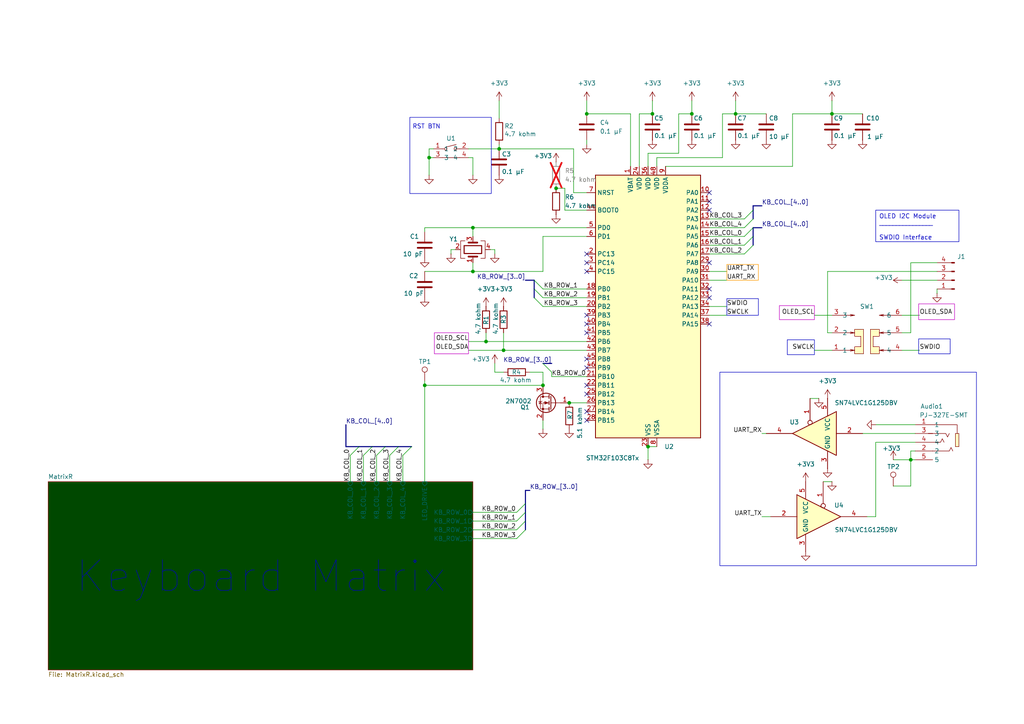
<source format=kicad_sch>
(kicad_sch (version 20231120) (generator "eeschema") (generator_version "8.0")
  (paper "A4")
  (title_block (title "Simple Keyboard") (date "2025-02-09") (rev "0") (company "Daniel Pérez (steewBSD)"))
  (lib_symbols
    (symbol "#inventree:CL21B104KBCNNNC" (pin_numbers hide) (pin_names (offset 0.254))
      (property "Reference" "C" (at 0.635 2.54 0))
      (property "Value" "0.1 µF" (at 0.635 -2.54 0))
      (symbol "CL21B104KBCNNNC_1_1"
        (pin passive line (at 0 3.81 270) (length 2.794) (name "~") (number "1"))
        (pin passive line (at 0 -3.81 90) (length 2.794) (name "~") (number "2"))
      )
    )
    (symbol "#inventree:CL21B105KAFNNNE" (pin_numbers hide) (pin_names (offset 0.254))
      (property "Reference" "C" (at 0.635 2.54 0))
      (property "Value" "1 µF" (at 0.635 -2.54 0))
      (symbol "CL21B105KAFNNNE_1_1"
        (pin passive line (at 0 3.81 270) (length 2.794) (name "~") (number "1"))
        (pin passive line (at 0 -3.81 90) (length 2.794) (name "~") (number "2"))
      )
    )
    (symbol "#inventree:CL21C100CBANNNC" (pin_numbers hide) (pin_names (offset 0.254))
      (property "Reference" "C" (at 0.635 2.54 0))
      (property "Value" "10 pF" (at 0.635 -2.54 0))
      (symbol "CL21C100CBANNNC_1_1"
        (pin passive line (at 0 3.81 270) (length 2.794) (name "~") (number "1"))
        (pin passive line (at 0 -3.81 90) (length 2.794) (name "~") (number "2"))
      )
    )
    (symbol "#inventree:RC0603FR-074K7L" (pin_numbers hide) (pin_names (offset 0))
      (property "Reference" "R" (at 2.032 0 90))
      (property "Value" "4.7 kohm" (at 0 0 90))
      (symbol "RC0603FR-074K7L_1_1"
        (pin passive line (at 0 3.81 270) (length 1.27) (name "~") (number "1"))
        (pin passive line (at 0 -3.81 90) (length 1.27) (name "~") (number "2"))
      )
    )
    (symbol "74xGxx:SN74LVC1G125DBV"
      (property "Reference" "U" (at -10.16 7.62 0))
      (property "Value" "SN74LVC1G125DBV" (at 2.54 -7.62 0))
      (symbol "SN74LVC1G125DBV_1_1"
        (pin input inverted (at 0 10.16 270) (length 7.62) (name "~") (number "1"))
        (pin input line (at -15.24 0 0) (length 7.62) (name "~") (number "2"))
        (pin power_in line (at -5.08 -10.16 90) (length 5.08) (name "GND") (number "3"))
        (pin tri_state line (at 12.7 0 180) (length 7.62) (name "~") (number "4"))
        (pin power_in line (at -5.08 10.16 270) (length 5.08) (name "VCC") (number "5"))
      )
    )
    (symbol "CL21A106KOQNNNE_1" (pin_numbers hide) (pin_names (offset 0.254))
      (property "Reference" "C" (at 0.635 2.54 0))
      (property "Value" "10 µF" (at 0.635 -2.54 0))
      (symbol "CL21A106KOQNNNE_1_1_1"
        (pin passive line (at 0 3.81 270) (length 2.794) (name "~") (number "1"))
        (pin passive line (at 0 -3.81 90) (length 2.794) (name "~") (number "2"))
      )
    )
    (symbol "CL21B104KBCNNNC_1" (pin_numbers hide) (pin_names (offset 0.254))
      (property "Reference" "C" (at 0.635 2.54 0))
      (property "Value" "0.1 µF" (at 0.635 -2.54 0))
      (symbol "CL21B104KBCNNNC_1_1_1"
        (pin passive line (at 0 3.81 270) (length 2.794) (name "~") (number "1"))
        (pin passive line (at 0 -3.81 90) (length 2.794) (name "~") (number "2"))
      )
    )
    (symbol "Connector:Conn_01x04_Pin" (pin_names (offset 1.016) hide)
      (property "Reference" "J" (at 0 5.08 0))
      (property "Value" "Conn_01x04_Pin" (at 0 -7.62 0))
      (symbol "Conn_01x04_Pin_1_1"
        (pin passive line (at 5.08 2.54 180) (length 3.81) (name "Pin_1") (number "1"))
        (pin passive line (at 5.08 0 180) (length 3.81) (name "Pin_2") (number "2"))
        (pin passive line (at 5.08 -2.54 180) (length 3.81) (name "Pin_3") (number "3"))
        (pin passive line (at 5.08 -5.08 180) (length 3.81) (name "Pin_4") (number "4"))
      )
    )
    (symbol "Connector:TestPoint" (pin_numbers hide) (pin_names (offset 0.762) hide)
      (property "Reference" "TP" (at 0 6.858 0))
      (property "Value" "TestPoint" (at 0 5.08 0))
      (symbol "TestPoint_1_1"
        (pin passive line (at 0 0 90) (length 2.54) (name "1") (number "1"))
      )
    )
    (symbol "Device:Crystal_GND24" (pin_names (offset 1.016) hide)
      (property "Reference" "Y" (at 3.175 5.08 0))
      (property "Value" "Crystal_GND24" (at 3.175 3.175 0))
      (symbol "Crystal_GND24_1_1"
        (pin passive line (at -3.81 0 0) (length 1.27) (name "1") (number "1"))
        (pin passive line (at 0 5.08 270) (length 1.27) (name "2") (number "2"))
        (pin passive line (at 3.81 0 180) (length 1.27) (name "3") (number "3"))
        (pin passive line (at 0 -5.08 90) (length 1.27) (name "4") (number "4"))
      )
    )
    (symbol "MCU_ST_STM32F1:STM32F103C8Tx"
      (property "Reference" "U" (at -15.24 39.37 0))
      (property "Value" "STM32F103C8Tx" (at 7.62 39.37 0))
      (symbol "STM32F103C8Tx_1_1"
        (pin power_in line (at -5.08 40.64 270) (length 2.54) (name "VBAT") (number "1"))
        (pin bidirectional line (at 17.78 33.02 180) (length 2.54) (name "PA0") (number "10"))
        (pin bidirectional line (at 17.78 30.48 180) (length 2.54) (name "PA1") (number "11"))
        (pin bidirectional line (at 17.78 27.94 180) (length 2.54) (name "PA2") (number "12"))
        (pin bidirectional line (at 17.78 25.4 180) (length 2.54) (name "PA3") (number "13"))
        (pin bidirectional line (at 17.78 22.86 180) (length 2.54) (name "PA4") (number "14"))
        (pin bidirectional line (at 17.78 20.32 180) (length 2.54) (name "PA5") (number "15"))
        (pin bidirectional line (at 17.78 17.78 180) (length 2.54) (name "PA6") (number "16"))
        (pin bidirectional line (at 17.78 15.24 180) (length 2.54) (name "PA7") (number "17"))
        (pin bidirectional line (at -17.78 5.08 0) (length 2.54) (name "PB0") (number "18"))
        (pin bidirectional line (at -17.78 2.54 0) (length 2.54) (name "PB1") (number "19"))
        (pin bidirectional line (at -17.78 15.24 0) (length 2.54) (name "PC13") (number "2"))
        (pin bidirectional line (at -17.78 0 0) (length 2.54) (name "PB2") (number "20"))
        (pin bidirectional line (at -17.78 -20.32 0) (length 2.54) (name "PB10") (number "21"))
        (pin bidirectional line (at -17.78 -22.86 0) (length 2.54) (name "PB11") (number "22"))
        (pin power_in line (at 0 -40.64 90) (length 2.54) (name "VSS") (number "23"))
        (pin power_in line (at -2.54 40.64 270) (length 2.54) (name "VDD") (number "24"))
        (pin bidirectional line (at -17.78 -25.4 0) (length 2.54) (name "PB12") (number "25"))
        (pin bidirectional line (at -17.78 -27.94 0) (length 2.54) (name "PB13") (number "26"))
        (pin bidirectional line (at -17.78 -30.48 0) (length 2.54) (name "PB14") (number "27"))
        (pin bidirectional line (at -17.78 -33.02 0) (length 2.54) (name "PB15") (number "28"))
        (pin bidirectional line (at 17.78 12.7 180) (length 2.54) (name "PA8") (number "29"))
        (pin bidirectional line (at -17.78 12.7 0) (length 2.54) (name "PC14") (number "3"))
        (pin bidirectional line (at 17.78 10.16 180) (length 2.54) (name "PA9") (number "30"))
        (pin bidirectional line (at 17.78 7.62 180) (length 2.54) (name "PA10") (number "31"))
        (pin bidirectional line (at 17.78 5.08 180) (length 2.54) (name "PA11") (number "32"))
        (pin bidirectional line (at 17.78 2.54 180) (length 2.54) (name "PA12") (number "33"))
        (pin bidirectional line (at 17.78 0 180) (length 2.54) (name "PA13") (number "34"))
        (pin passive line (at 0 -40.64 90) (length 2.54) hide (name "VSS") (number "35"))
        (pin power_in line (at 0 40.64 270) (length 2.54) (name "VDD") (number "36"))
        (pin bidirectional line (at 17.78 -2.54 180) (length 2.54) (name "PA14") (number "37"))
        (pin bidirectional line (at 17.78 -5.08 180) (length 2.54) (name "PA15") (number "38"))
        (pin bidirectional line (at -17.78 -2.54 0) (length 2.54) (name "PB3") (number "39"))
        (pin bidirectional line (at -17.78 10.16 0) (length 2.54) (name "PC15") (number "4"))
        (pin bidirectional line (at -17.78 -5.08 0) (length 2.54) (name "PB4") (number "40"))
        (pin bidirectional line (at -17.78 -7.62 0) (length 2.54) (name "PB5") (number "41"))
        (pin bidirectional line (at -17.78 -10.16 0) (length 2.54) (name "PB6") (number "42"))
        (pin bidirectional line (at -17.78 -12.7 0) (length 2.54) (name "PB7") (number "43"))
        (pin input line (at -17.78 27.94 0) (length 2.54) (name "BOOT0") (number "44"))
        (pin bidirectional line (at -17.78 -15.24 0) (length 2.54) (name "PB8") (number "45"))
        (pin bidirectional line (at -17.78 -17.78 0) (length 2.54) (name "PB9") (number "46"))
        (pin passive line (at 0 -40.64 90) (length 2.54) hide (name "VSS") (number "47"))
        (pin power_in line (at 2.54 40.64 270) (length 2.54) (name "VDD") (number "48"))
        (pin bidirectional line (at -17.78 22.86 0) (length 2.54) (name "PD0") (number "5"))
        (pin bidirectional line (at -17.78 20.32 0) (length 2.54) (name "PD1") (number "6"))
        (pin input line (at -17.78 33.02 0) (length 2.54) (name "NRST") (number "7"))
        (pin power_in line (at 2.54 -40.64 90) (length 2.54) (name "VSSA") (number "8"))
        (pin power_in line (at 5.08 40.64 270) (length 2.54) (name "VDDA") (number "9"))
      )
    )
    (symbol "RC0603FR-074K7L_1" (pin_numbers hide) (pin_names (offset 0))
      (property "Reference" "R" (at 2.032 0 90))
      (property "Value" "4.7 kohm" (at 0 0 90))
      (symbol "RC0603FR-074K7L_1_1_1"
        (pin passive line (at 0 3.81 270) (length 1.27) (name "~") (number "1"))
        (pin passive line (at 0 -3.81 90) (length 1.27) (name "~") (number "2"))
      )
    )
    (symbol "RC0603FR-074K7L_2" (pin_numbers hide) (pin_names (offset 0))
      (property "Reference" "R" (at 2.032 0 90))
      (property "Value" "4.7 kohm" (at 0 0 90))
      (symbol "RC0603FR-074K7L_2_1_1"
        (pin passive line (at 0 3.81 270) (length 1.27) (name "~") (number "1"))
        (pin passive line (at 0 -3.81 90) (length 1.27) (name "~") (number "2"))
      )
    )
    (symbol "RC0603FR-075K1L_1" (pin_numbers hide) (pin_names (offset 0))
      (property "Reference" "R" (at 2.032 0 90))
      (property "Value" "5.1 kohm" (at 0 0 90))
      (symbol "RC0603FR-075K1L_1_1_1"
        (pin passive line (at 0 3.81 270) (length 1.27) (name "~") (number "1"))
        (pin passive line (at 0 -3.81 90) (length 1.27) (name "~") (number "2"))
      )
    )
    (symbol "Transistor_FET:2N7002" (pin_names hide)
      (property "Reference" "Q" (at 5.08 1.905 0))
      (property "Value" "2N7002" (at 5.08 0 0))
      (symbol "2N7002_1_1"
        (pin input line (at -5.08 0 0) (length 2.54) (name "G") (number "1"))
        (pin passive line (at 2.54 -5.08 90) (length 2.54) (name "S") (number "2"))
        (pin passive line (at 2.54 5.08 270) (length 2.54) (name "D") (number "3"))
      )
    )
    (symbol "easyeda2kicad:MS-22C01-G010"
      (property "Reference" "SW" (at 0 15.24 0))
      (property "Value" "MS-22C01-G010" (at 0 -15.24 0))
      (symbol "MS-22C01-G010_0_1"
        (pin unspecified line (at -5.08 10.16 270) (length 2.54) (name "1") (number "1"))
        (pin unspecified line (at 0 10.16 270) (length 2.54) (name "2") (number "2"))
        (pin unspecified line (at 5.08 10.16 270) (length 2.54) (name "3") (number "3"))
        (pin unspecified line (at -5.08 -10.16 90) (length 2.54) (name "4") (number "4"))
        (pin unspecified line (at 0 -10.16 90) (length 2.54) (name "5") (number "5"))
        (pin unspecified line (at 5.08 -10.16 90) (length 2.54) (name "6") (number "6"))
      )
    )
    (symbol "easyeda2kicad:PJ-327E-SMT"
      (property "Reference" "Audio" (at 0 10.16 0))
      (property "Value" "PJ-327E-SMT" (at 0 -10.16 0))
      (symbol "PJ-327E-SMT_0_1"
        (pin unspecified line (at 5.08 5.08 180) (length 5.08) (name "1") (number "1"))
        (pin unspecified line (at 5.08 -2.54 180) (length 5.08) (name "2") (number "2"))
        (pin unspecified line (at 5.08 2.54 180) (length 5.08) (name "3") (number "3"))
        (pin unspecified line (at 5.08 0 180) (length 5.08) (name "4") (number "4"))
        (pin unspecified line (at 5.08 -5.08 180) (length 5.08) (name "5") (number "5"))
      )
    )
    (symbol "easyeda2kicad:YTS1C0033BBG01"
      (property "Reference" "U" (at 0 5.08 0))
      (property "Value" "YTS1C0033BBG01" (at 0 -7.62 0))
      (symbol "YTS1C0033BBG01_0_1"
        (pin unspecified line (at -5.08 0 0) (length 2.54) (name "1") (number "1"))
        (pin unspecified line (at 5.08 0 180) (length 2.54) (name "2") (number "2"))
        (pin unspecified line (at -5.08 -2.54 0) (length 2.54) (name "3") (number "3"))
        (pin unspecified line (at 5.08 -2.54 180) (length 2.54) (name "4") (number "4"))
      )
    )
    (symbol "power:+3V3" (power) (pin_numbers hide) (pin_names (offset 0) hide)
      (property "Value" "+3V3" (at 0 3.556 0))
      (symbol "+3V3_1_1"
        (pin power_in line (at 0 0 90) (length 0) (name "~") (number "1"))
      )
    )
    (symbol "power:GND" (power) (pin_numbers hide) (pin_names (offset 0) hide)
      (property "Value" "GND" (at 0 -3.81 0))
      (symbol "GND_1_1"
        (pin power_in line (at 0 0 270) (length 0) (name "~") (number "1"))
      )
    )
  )
  (junction (at 213.36 33.02))
  (junction (at 137.16 66.04))
  (junction (at 124.46 45.72))
  (junction (at 140.97 99.06))
  (junction (at 241.3 33.02))
  (junction (at 161.29 54.61))
  (junction (at 165.1 116.84))
  (junction (at 146.05 101.6))
  (junction (at 137.16 78.74))
  (junction (at 264.16 133.35))
  (junction (at 189.23 33.02))
  (junction (at 170.18 33.02))
  (junction (at 144.78 43.18))
  (junction (at 123.19 111.76))
  (junction (at 187.96 129.54))
  (junction (at 157.48 111.76))
  (junction (at 200.66 33.02))
  (no_connect (at 205.74 58.42))
  (no_connect (at 170.18 104.14))
  (no_connect (at 170.18 106.68))
  (no_connect (at 170.18 76.2))
  (no_connect (at 205.74 83.82))
  (no_connect (at 205.74 93.98))
  (no_connect (at 170.18 73.66))
  (no_connect (at 170.18 91.44))
  (no_connect (at 170.18 114.3))
  (no_connect (at 170.18 93.98))
  (no_connect (at 205.74 60.96))
  (no_connect (at 205.74 76.2))
  (no_connect (at 170.18 119.38))
  (no_connect (at 170.18 78.74))
  (no_connect (at 205.74 86.36))
  (no_connect (at 205.74 55.88))
  (no_connect (at 170.18 111.76))
  (no_connect (at 170.18 96.52))
  (no_connect (at 170.18 121.92))
  (bus_entry (at 115.57 129.54) (size -2.54 2.54))
  (bus_entry (at 152.4 153.67) (size -2.54 2.54))
  (bus_entry (at 107.95 129.54) (size -2.54 2.54))
  (bus_entry (at 104.14 129.54) (size -2.54 2.54))
  (bus_entry (at 218.44 71.12) (size -2.54 2.54))
  (bus_entry (at 119.38 129.54) (size -2.54 2.54))
  (bus_entry (at 111.76 129.54) (size -2.54 2.54))
  (bus_entry (at 154.94 86.36) (size 2.54 2.54))
  (bus_entry (at 154.94 81.28) (size 2.54 2.54))
  (bus_entry (at 152.4 146.05) (size -2.54 2.54))
  (bus_entry (at 154.94 83.82) (size 2.54 2.54))
  (bus_entry (at 152.4 148.59) (size -2.54 2.54))
  (bus_entry (at 218.44 63.5) (size -2.54 2.54))
  (bus_entry (at 218.44 60.96) (size -2.54 2.54))
  (bus_entry (at 218.44 68.58) (size -2.54 2.54))
  (bus_entry (at 157.48 105.41) (size 2.54 2.54))
  (bus_entry (at 152.4 151.13) (size -2.54 2.54))
  (bus_entry (at 218.44 66.04) (size -2.54 2.54))
  (wire (pts (xy 143.51 105.41) (xy 143.51 107.95)))
  (wire (pts (xy 166.37 43.18) (xy 166.37 55.88)))
  (wire (pts (xy 209.55 45.72) (xy 209.55 33.02)))
  (wire (pts (xy 163.83 60.96) (xy 163.83 54.61)))
  (wire (pts (xy 146.05 101.6) (xy 170.18 101.6)))
  (bus (pts (xy 100.33 123.19) (xy 100.33 129.54)))
  (wire (pts (xy 187.96 48.26) (xy 187.96 44.45)))
  (wire (pts (xy 157.48 88.9) (xy 170.18 88.9)))
  (wire (pts (xy 157.48 78.74) (xy 157.48 68.58)))
  (wire (pts (xy 189.23 29.21) (xy 189.23 33.02)))
  (wire (pts (xy 123.19 66.04) (xy 123.19 67.31)))
  (wire (pts (xy 170.18 29.21) (xy 170.18 33.02)))
  (wire (pts (xy 240.03 78.74) (xy 271.78 78.74)))
  (wire (pts (xy 157.48 68.58) (xy 170.18 68.58)))
  (wire (pts (xy 137.16 148.59) (xy 149.86 148.59)))
  (wire (pts (xy 135.89 101.6) (xy 146.05 101.6)))
  (wire (pts (xy 264.16 76.2) (xy 271.78 76.2)))
  (bus (pts (xy 152.4 148.59) (xy 152.4 151.13)))
  (wire (pts (xy 215.9 71.12) (xy 205.74 71.12)))
  (wire (pts (xy 160.02 107.95) (xy 160.02 109.22)))
  (wire (pts (xy 165.1 116.84) (xy 170.18 116.84)))
  (wire (pts (xy 187.96 129.54) (xy 187.96 133.35)))
  (wire (pts (xy 264.16 76.2) (xy 264.16 96.52)))
  (wire (pts (xy 236.22 91.44) (xy 241.3 91.44)))
  (wire (pts (xy 259.08 140.97) (xy 264.16 140.97)))
  (wire (pts (xy 213.36 33.02) (xy 222.25 33.02)))
  (wire (pts (xy 254 128.27) (xy 254 149.86)))
  (wire (pts (xy 137.16 45.72) (xy 135.89 45.72)))
  (wire (pts (xy 205.74 66.04) (xy 215.9 66.04)))
  (bus (pts (xy 152.4 142.24) (xy 152.4 146.05)))
  (wire (pts (xy 238.76 139.7) (xy 241.3 139.7)))
  (wire (pts (xy 185.42 48.26) (xy 185.42 33.02)))
  (wire (pts (xy 124.46 43.18) (xy 125.73 43.18)))
  (wire (pts (xy 193.04 48.26) (xy 229.87 48.26)))
  (wire (pts (xy 213.36 29.21) (xy 213.36 33.02)))
  (wire (pts (xy 250.19 125.73) (xy 265.43 125.73)))
  (wire (pts (xy 137.16 66.04) (xy 137.16 68.58)))
  (wire (pts (xy 182.88 33.02) (xy 170.18 33.02)))
  (wire (pts (xy 196.85 44.45) (xy 196.85 33.02)))
  (wire (pts (xy 135.89 43.18) (xy 144.78 43.18)))
  (wire (pts (xy 215.9 68.58) (xy 205.74 68.58)))
  (wire (pts (xy 261.62 91.44) (xy 266.7 91.44)))
  (bus (pts (xy 218.44 68.58) (xy 218.44 71.12)))
  (wire (pts (xy 187.96 44.45) (xy 196.85 44.45)))
  (wire (pts (xy 236.22 101.6) (xy 241.3 101.6)))
  (wire (pts (xy 170.18 60.96) (xy 163.83 60.96)))
  (wire (pts (xy 182.88 48.26) (xy 182.88 33.02)))
  (wire (pts (xy 124.46 43.18) (xy 124.46 45.72)))
  (wire (pts (xy 220.98 125.73) (xy 222.25 125.73)))
  (wire (pts (xy 170.18 41.91) (xy 170.18 40.64)))
  (wire (pts (xy 146.05 96.52) (xy 146.05 101.6)))
  (bus (pts (xy 100.33 129.54) (xy 104.14 129.54)))
  (wire (pts (xy 205.74 81.28) (xy 210.82 81.28)))
  (wire (pts (xy 149.86 151.13) (xy 137.16 151.13)))
  (wire (pts (xy 137.16 45.72) (xy 137.16 50.8)))
  (wire (pts (xy 200.66 29.21) (xy 200.66 33.02)))
  (wire (pts (xy 264.16 130.81) (xy 264.16 133.35)))
  (wire (pts (xy 109.22 132.08) (xy 109.22 139.7)))
  (wire (pts (xy 140.97 96.52) (xy 140.97 99.06)))
  (wire (pts (xy 261.62 96.52) (xy 264.16 96.52)))
  (wire (pts (xy 215.9 73.66) (xy 205.74 73.66)))
  (wire (pts (xy 123.19 111.76) (xy 157.48 111.76)))
  (wire (pts (xy 205.74 88.9) (xy 210.82 88.9)))
  (bus (pts (xy 107.95 129.54) (xy 111.76 129.54)))
  (wire (pts (xy 190.5 48.26) (xy 190.5 45.72)))
  (wire (pts (xy 137.16 78.74) (xy 157.48 78.74)))
  (wire (pts (xy 143.51 107.95) (xy 146.05 107.95)))
  (wire (pts (xy 241.3 29.21) (xy 241.3 33.02)))
  (wire (pts (xy 166.37 55.88) (xy 170.18 55.88)))
  (wire (pts (xy 254 149.86) (xy 251.46 149.86)))
  (wire (pts (xy 116.84 132.08) (xy 116.84 139.7)))
  (wire (pts (xy 143.51 72.39) (xy 142.24 72.39)))
  (bus (pts (xy 218.44 60.96) (xy 218.44 63.5)))
  (wire (pts (xy 205.74 91.44) (xy 210.82 91.44)))
  (wire (pts (xy 153.67 107.95) (xy 157.48 107.95)))
  (wire (pts (xy 157.48 107.95) (xy 157.48 111.76)))
  (wire (pts (xy 205.74 78.74) (xy 210.82 78.74)))
  (wire (pts (xy 254 123.19) (xy 265.43 123.19)))
  (bus (pts (xy 104.14 129.54) (xy 107.95 129.54)))
  (wire (pts (xy 101.6 132.08) (xy 101.6 139.7)))
  (bus (pts (xy 160.02 105.41) (xy 157.48 105.41)))
  (bus (pts (xy 218.44 66.04) (xy 218.44 68.58)))
  (wire (pts (xy 140.97 99.06) (xy 170.18 99.06)))
  (bus (pts (xy 152.4 146.05) (xy 152.4 148.59)))
  (wire (pts (xy 187.96 129.54) (xy 190.5 129.54)))
  (wire (pts (xy 124.46 45.72) (xy 124.46 50.8)))
  (bus (pts (xy 111.76 129.54) (xy 115.57 129.54)))
  (bus (pts (xy 152.4 81.28) (xy 154.94 81.28)))
  (wire (pts (xy 137.16 76.2) (xy 137.16 78.74)))
  (wire (pts (xy 144.78 29.21) (xy 144.78 34.29)))
  (wire (pts (xy 229.87 33.02) (xy 241.3 33.02)))
  (bus (pts (xy 154.94 83.82) (xy 154.94 86.36)))
  (wire (pts (xy 205.74 63.5) (xy 215.9 63.5)))
  (wire (pts (xy 265.43 128.27) (xy 254 128.27)))
  (wire (pts (xy 160.02 109.22) (xy 170.18 109.22)))
  (wire (pts (xy 124.46 45.72) (xy 125.73 45.72)))
  (wire (pts (xy 137.16 66.04) (xy 170.18 66.04)))
  (wire (pts (xy 229.87 48.26) (xy 229.87 33.02)))
  (wire (pts (xy 157.48 124.46) (xy 157.48 121.92)))
  (wire (pts (xy 135.89 99.06) (xy 140.97 99.06)))
  (wire (pts (xy 190.5 45.72) (xy 209.55 45.72)))
  (wire (pts (xy 237.49 115.57) (xy 234.95 115.57)))
  (wire (pts (xy 185.42 33.02) (xy 189.23 33.02)))
  (wire (pts (xy 265.43 130.81) (xy 264.16 130.81)))
  (wire (pts (xy 144.78 43.18) (xy 166.37 43.18)))
  (wire (pts (xy 105.41 132.08) (xy 105.41 139.7)))
  (wire (pts (xy 259.08 133.35) (xy 264.16 133.35)))
  (wire (pts (xy 132.08 72.39) (xy 130.81 72.39)))
  (wire (pts (xy 271.78 83.82) (xy 271.78 85.09)))
  (wire (pts (xy 163.83 54.61) (xy 161.29 54.61)))
  (bus (pts (xy 154.94 81.28) (xy 154.94 83.82)))
  (bus (pts (xy 220.98 59.69) (xy 218.44 59.69)))
  (wire (pts (xy 240.03 96.52) (xy 240.03 78.74)))
  (bus (pts (xy 218.44 59.69) (xy 218.44 60.96)))
  (bus (pts (xy 152.4 151.13) (xy 152.4 153.67)))
  (bus (pts (xy 153.67 142.24) (xy 152.4 142.24)))
  (wire (pts (xy 241.3 96.52) (xy 240.03 96.52)))
  (wire (pts (xy 220.98 149.86) (xy 223.52 149.86)))
  (wire (pts (xy 130.81 72.39) (xy 130.81 73.66)))
  (wire (pts (xy 264.16 140.97) (xy 264.16 133.35)))
  (wire (pts (xy 113.03 132.08) (xy 113.03 139.7)))
  (bus (pts (xy 220.98 66.04) (xy 218.44 66.04)))
  (wire (pts (xy 157.48 86.36) (xy 170.18 86.36)))
  (wire (pts (xy 144.78 41.91) (xy 144.78 43.18)))
  (wire (pts (xy 157.48 83.82) (xy 170.18 83.82)))
  (wire (pts (xy 271.78 81.28) (xy 261.62 81.28)))
  (wire (pts (xy 123.19 78.74) (xy 137.16 78.74)))
  (wire (pts (xy 123.19 66.04) (xy 137.16 66.04)))
  (bus (pts (xy 115.57 129.54) (xy 119.38 129.54)))
  (wire (pts (xy 241.3 33.02) (xy 250.19 33.02)))
  (wire (pts (xy 196.85 33.02) (xy 200.66 33.02)))
  (wire (pts (xy 149.86 153.67) (xy 137.16 153.67)))
  (wire (pts (xy 261.62 101.6) (xy 266.7 101.6)))
  (wire (pts (xy 209.55 33.02) (xy 213.36 33.02)))
  (wire (pts (xy 264.16 133.35) (xy 265.43 133.35)))
  (wire (pts (xy 149.86 156.21) (xy 137.16 156.21)))
  (wire (pts (xy 123.19 139.7) (xy 123.19 111.76)))
  (wire (pts (xy 143.51 72.39) (xy 143.51 73.66)))
  (wire (pts (xy 123.19 110.49) (xy 123.19 111.76)))
  (rectangle (start 266.446 88.138) (end 276.86 92.71) (stroke (width 0) (color 194 0 194 1)))
  (rectangle (start 208.788 107.95) (end 283.21 164.084))
  (rectangle (start 226.06 88.646) (end 236.22 92.71) (stroke (width 0) (color 194 0 194 1)))
  (rectangle (start 210.82 86.614) (end 219.964 91.44))
  (rectangle (start 228.346 98.552) (end 236.22 102.87))
  (rectangle (start 266.446 98.298) (end 275.59 102.616))
  (rectangle (start 125.984 96.52) (end 135.89 102.616) (stroke (width 0) (color 194 0 194 1)))
  (rectangle (start 210.82 76.708) (end 219.964 81.28) (stroke (width 0) (color 255 153 0 1)))
  (rectangle (start 118.872 34.036) (end 142.494 56.134))
  (text_box "OLED I2C Module\n________________\n\nSWDIO Interface" (at 254 60.96 0) (size 24.13 9.144) (effects (font (size 1.27 1.27)) (justify left top)))
  (text "RST BTN" (at 123.698 36.83 0) (effects (font (size 1.27 1.27))))
  (text "Keyboard Matrix" (at 75.692 167.386 0) (effects (font (size 8.89 8.89))))
  (label "KB_ROW_2" (at 167.64 86.36 180))
  (label "KB_COL_2" (at 205.74 73.66 0))
  (label "KB_ROW_3" (at 167.64 88.9 180))
  (label "UART_RX" (at 220.98 125.73 180))
  (label "KB_COL_2" (at 109.22 139.7 90))
  (label "UART_RX" (at 210.82 81.28 0))
  (label "UART_TX" (at 210.82 78.74 0))
  (label "KB_COL_4" (at 205.74 66.04 0))
  (label "KB_COL_1" (at 205.74 71.12 0))
  (label "KB_COL_0" (at 205.74 68.58 0))
  (label "KB_ROW_2" (at 139.7 153.67 0))
  (label "KB_ROW_[3..0]" (at 152.4 81.28 180))
  (label "KB_COL_[4..0]" (at 100.33 123.19 0))
  (label "KB_ROW_0" (at 139.7 148.59 0))
  (label "KB_ROW_1" (at 167.64 83.82 180))
  (label "KB_ROW_[3..0]" (at 153.67 142.24 0))
  (label "KB_COL_[4..0]" (at 220.98 66.04 0))
  (label "KB_COL_3" (at 205.74 63.5 0))
  (label "KB_ROW_0" (at 160.02 109.22 0))
  (label "SWCLK" (at 210.82 91.44 0))
  (label "KB_COL_3" (at 113.03 139.7 90))
  (label "SWDIO" (at 210.82 88.9 0))
  (label "KB_ROW_1" (at 139.7 151.13 0))
  (label "KB_COL_0" (at 101.6 139.7 90))
  (label "OLED_SCL" (at 236.22 91.44 180))
  (label "SWCLK" (at 236.22 101.6 180))
  (label "KB_COL_1" (at 105.41 139.7 90))
  (label "KB_ROW_[3..0]" (at 160.02 105.41 180))
  (label "OLED_SDA" (at 266.7 91.44 0))
  (label "SWDIO" (at 266.7 101.6 0))
  (label "OLED_SCL" (at 135.89 99.06 180))
  (label "KB_COL_4" (at 116.84 139.7 90))
  (label "KB_COL_[4..0]" (at 220.98 59.69 0))
  (label "KB_ROW_3" (at 139.7 156.21 0))
  (label "OLED_SDA" (at 135.89 101.6 180))
  (label "UART_TX" (at 220.98 149.86 180))
  (symbol (lib_id "power:GND") (at 213.36 40.64 0) (unit 1)
    (property "Reference" "#PWR024" (effects (hide yes)))
    (property "Value" "GND" (effects (hide yes)))
    (property "Description" "Power symbol creates a global label with name \"GND\" , ground" (effects (hide yes)))
  )
  (symbol (lib_id "power:GND") (at 123.19 86.36 0) (unit 1)
    (property "Reference" "#PWR02" (effects (hide yes)))
    (property "Value" "GND" (effects (hide yes)))
    (property "Description" "Power symbol creates a global label with name \"GND\" , ground" (effects (hide yes)))
  )
  (symbol (lib_id "power:GND") (at 124.46 50.8 0) (unit 1)
    (property "Reference" "#PWR03" (effects (hide yes)))
    (property "Value" "GND" (effects (hide yes)))
    (property "Description" "Power symbol creates a global label with name \"GND\" , ground" (effects (hide yes)))
  )
  (symbol (lib_id "power:GND") (at 271.78 85.09 0) (unit 1)
    (property "Reference" "#PWR038" (effects (hide yes)))
    (property "Value" "GND" (effects (hide yes)))
    (property "Description" "Power symbol creates a global label with name \"GND\" , ground" (effects (hide yes)))
  )
  (symbol (lib_id "power:+3V3") (at 200.66 29.21 0) (unit 1)
    (property "Reference" "#PWR021" (effects (hide yes)))
    (property "Value" "+3V3" (at 200.66 24.13 0))
    (property "Description" "Power symbol creates a global label with name \"+3V3\"" (effects (hide yes)))
  )
  (symbol (lib_id "power:+3V3") (at 170.18 29.21 0) (unit 1)
    (property "Reference" "#PWR016" (effects (hide yes)))
    (property "Value" "+3V3" (at 170.18 24.13 0))
    (property "Description" "Power symbol creates a global label with name \"+3V3\"" (effects (hide yes)))
  )
  (symbol (lib_id "#inventree:RC0603FR-074K7L") (at 144.78 38.1 0) (unit 1)
    (property "Reference" "R2" (at 146.304 36.576 0) (effects (justify left)))
    (property "Value" "4.7 kohm" (at 146.304 38.862 0) (effects (justify left)))
    (property "Footprint" "Resistor_SMD:R_0603_1608Metric_Pad0.98x0.95mm_HandSolder" (effects (hide yes)))
    (property "Datasheet" "http://10.0.0.41/media/attachments/part/59/PYu-RC_Group_51_RoHS_L_12.pdf" (effects (hide yes)))
    (property "Description" "RES 4.7K OHM 1% 1/10W 0603" (effects (hide yes)))
    (property "InvenTree" "59" (effects (hide yes)))
    (property "Mounting Type" "0603" (effects (hide yes)))
    (property "Package Type" "0603 (1608 Metric)" (effects (hide yes)))
    (property "Part URL" "http://10.0.0.41:7333/part/59/" (effects (hide yes)))
    (property "Rated Power" "0.1W, 1/10W" (effects (hide yes)))
    (property "Tolerance" "1%" (effects (hide yes)))
  )
  (symbol (lib_id "power:GND") (at 233.68 160.02 0) (unit 1)
    (property "Reference" "#PWR027" (effects (hide yes)))
    (property "Value" "GND" (effects (hide yes)))
    (property "Description" "Power symbol creates a global label with name \"GND\" , ground" (effects (hide yes)))
  )
  (symbol (lib_name "RC0603FR-074K7L_2") (lib_id "#inventree:RC0603FR-074K7L") (at 161.29 58.42 0) (unit 1)
    (property "Reference" "R6" (at 163.83 57.1499 0) (effects (justify left)))
    (property "Value" "4.7 kohm" (at 163.83 59.6899 0) (effects (justify left)))
    (property "Footprint" "Resistor_SMD:R_0603_1608Metric_Pad0.98x0.95mm_HandSolder" (effects (hide yes)))
    (property "Datasheet" "http://10.0.0.41/media/attachments/part/59/PYu-RC_Group_51_RoHS_L_12.pdf" (effects (hide yes)))
    (property "Description" "RES 4.7K OHM 1% 1/10W 0603" (effects (hide yes)))
    (property "InvenTree" "59" (effects (hide yes)))
    (property "Mounting Type" "0603" (effects (hide yes)))
    (property "Package Type" "0603 (1608 Metric)" (effects (hide yes)))
    (property "Part URL" "http://10.0.0.41:7333/part/59/" (effects (hide yes)))
    (property "Rated Power" "0.1W, 1/10W" (effects (hide yes)))
    (property "Tolerance" "1%" (effects (hide yes)))
  )
  (symbol (lib_id "power:GND") (at 189.23 40.64 0) (unit 1)
    (property "Reference" "#PWR020" (effects (hide yes)))
    (property "Value" "GND" (effects (hide yes)))
    (property "Description" "Power symbol creates a global label with name \"GND\" , ground" (effects (hide yes)))
  )
  (symbol (lib_id "Connector:Conn_01x04_Pin") (at 276.86 81.28 180) (unit 1)
    (property "Reference" "J1" (at 277.622 74.422 0) (effects (justify right)))
    (property "Value" "Conn_01x04_Pin" (effects (hide yes)))
    (property "Footprint" "Connector_PinSocket_2.54mm:PinSocket_1x04_P2.54mm_Horizontal" (effects (hide yes)))
    (property "Description" "Generic connector, single row, 01x04, script generated" (effects (hide yes)))
    (property "InvenTree" "53" (effects (hide yes)))
  )
  (symbol (lib_id "Connector:TestPoint") (at 123.19 110.49 0) (unit 1)
    (property "Reference" "TP1" (at 121.412 104.902 0) (effects (justify left)))
    (property "Value" "TestPoint" (effects (hide yes)))
    (property "Footprint" "TestPoint:TestPoint_THTPad_1.0x1.0mm_Drill0.5mm" (effects (hide yes)))
    (property "Description" "test point" (effects (hide yes)))
  )
  (symbol (lib_id "power:+3V3") (at 240.03 115.57 0) (unit 1)
    (property "Reference" "#PWR029" (effects (hide yes)))
    (property "Value" "+3V3" (at 240.03 110.49 0))
    (property "Description" "Power symbol creates a global label with name \"+3V3\"" (effects (hide yes)))
  )
  (symbol (lib_id "power:+3V3") (at 261.62 81.28 90) (unit 1)
    (property "Reference" "#PWR037" (effects (hide yes)))
    (property "Value" "+3V3" (at 256.286 80.518 90))
    (property "Description" "Power symbol creates a global label with name \"+3V3\"" (effects (hide yes)))
  )
  (symbol (lib_id "power:+3V3") (at 140.97 88.9 0) (unit 1)
    (property "Reference" "#PWR06" (effects (hide yes)))
    (property "Value" "+3V3" (at 140.97 83.82 0))
    (property "Description" "Power symbol creates a global label with name \"+3V3\"" (effects (hide yes)))
  )
  (symbol (lib_id "#inventree:CL21B104KBCNNNC") (at 189.23 36.83 0) (unit 1)
    (property "Reference" "C5" (at 189.738 34.29 0) (effects (justify left)))
    (property "Value" "0.1 µF" (at 189.738 39.37 0) (effects (justify left)))
    (property "Footprint" "Capacitor_SMD:C_0805_2012Metric_Pad1.18x1.45mm_HandSolder" (effects (hide yes)))
    (property "Datasheet" "http://10.0.0.41/media/attachments/part/18/CL21B104KBCNNN_Spec.pdf" (effects (hide yes)))
    (property "Description" "CAP CER 0.1UF 50V X7R 0805" (effects (hide yes)))
    (property "InvenTree" "18" (effects (hide yes)))
    (property "Mounting Type" "Surface Mount, MLCC" (effects (hide yes)))
    (property "Package Type" "0805 (2012 Metric)" (effects (hide yes)))
    (property "Part URL" "http://10.0.0.41:7333/part/18/" (effects (hide yes)))
    (property "Rated Voltage" "50V" (effects (hide yes)))
    (property "Temperature Coefficient" "X7R" (effects (hide yes)))
    (property "Tolerance" "10%" (effects (hide yes)))
  )
  (symbol (lib_id "#inventree:CL21B104KBCNNNC") (at 200.66 36.83 0) (unit 1)
    (property "Reference" "C6" (at 201.168 34.29 0) (effects (justify left)))
    (property "Value" "0.1 µF" (at 201.168 39.37 0) (effects (justify left)))
    (property "Footprint" "Capacitor_SMD:C_0805_2012Metric_Pad1.18x1.45mm_HandSolder" (effects (hide yes)))
    (property "Datasheet" "http://10.0.0.41/media/attachments/part/18/CL21B104KBCNNN_Spec.pdf" (effects (hide yes)))
    (property "Description" "CAP CER 0.1UF 50V X7R 0805" (effects (hide yes)))
    (property "InvenTree" "18" (effects (hide yes)))
    (property "Mounting Type" "Surface Mount, MLCC" (effects (hide yes)))
    (property "Package Type" "0805 (2012 Metric)" (effects (hide yes)))
    (property "Part URL" "http://10.0.0.41:7333/part/18/" (effects (hide yes)))
    (property "Rated Voltage" "50V" (effects (hide yes)))
    (property "Temperature Coefficient" "X7R" (effects (hide yes)))
    (property "Tolerance" "10%" (effects (hide yes)))
  )
  (symbol (lib_id "Transistor_FET:2N7002") (at 160.02 116.84 0) (mirror y) (unit 1)
    (property "Reference" "Q1" (at 153.67 118.1101 0) (effects (justify left)))
    (property "Value" "2N7002" (at 154.178 116.332 0) (effects (justify left)))
    (property "Footprint" "Package_TO_SOT_SMD:SOT-23_Handsoldering" (effects (hide yes)))
    (property "Datasheet" "https://www.onsemi.com/pub/Collateral/NDS7002A-D.PDF" (effects (hide yes)))
    (property "Description" "0.115A Id, 60V Vds, N-Channel MOSFET, SOT-23" (effects (hide yes)))
    (property "InvenTree" "68" (effects (hide yes)))
  )
  (symbol (lib_id "power:GND") (at 241.3 139.7 0) (unit 1)
    (property "Reference" "#PWR033" (effects (hide yes)))
    (property "Value" "GND" (effects (hide yes)))
    (property "Description" "Power symbol creates a global label with name \"GND\" , ground" (effects (hide yes)))
  )
  (symbol (lib_id "power:GND") (at 237.49 115.57 0) (unit 1)
    (property "Reference" "#PWR028" (effects (hide yes)))
    (property "Value" "GND" (effects (hide yes)))
    (property "Description" "Power symbol creates a global label with name \"GND\" , ground" (effects (hide yes)))
  )
  (symbol (lib_id "power:GND") (at 157.48 124.46 0) (unit 1)
    (property "Reference" "#PWR012" (effects (hide yes)))
    (property "Value" "GND" (effects (hide yes)))
    (property "Description" "Power symbol creates a global label with name \"GND\" , ground" (effects (hide yes)))
  )
  (symbol (lib_id "power:+3V3") (at 259.08 133.35 0) (unit 1)
    (property "Reference" "#PWR036" (effects (hide yes)))
    (property "Value" "+3V3" (at 258.572 130.048 0))
    (property "Description" "Power symbol creates a global label with name \"+3V3\"" (effects (hide yes)))
  )
  (symbol (lib_id "power:GND") (at 130.81 73.66 0) (unit 1)
    (property "Reference" "#PWR04" (effects (hide yes)))
    (property "Value" "GND" (effects (hide yes)))
    (property "Description" "Power symbol creates a global label with name \"GND\" , ground" (effects (hide yes)))
  )
  (symbol (lib_id "#inventree:CL21C100CBANNNC") (at 123.19 71.12 0) (unit 1)
    (property "Reference" "C1" (at 118.872 68.58 0) (effects (justify left)))
    (property "Value" "10 pF" (at 116.84 73.66 0) (effects (justify left)))
    (property "Footprint" "Capacitor_SMD:C_0805_2012Metric_Pad1.18x1.45mm_HandSolder" (effects (hide yes)))
    (property "Datasheet" "http://10.0.0.41/media/attachments/part/11/2411272102_Samsung-Electro-Mechanics-CL21C100CBANNNC_C2991182.pdf" (effects (hide yes)))
    (property "Description" "CAP CER 10PF 50V C0G/NP0 0805" (effects (hide yes)))
    (property "InvenTree" "11" (effects (hide yes)))
    (property "Mounting Type" "Surface Mount, MLCC" (effects (hide yes)))
    (property "Package Type" "0805 (2012 Metric)" (effects (hide yes)))
    (property "Part URL" "http://10.0.0.41:7333/part/11/" (effects (hide yes)))
    (property "Rated Voltage" "50V" (effects (hide yes)))
    (property "Temperature Coefficient" "C0G, NP0" (effects (hide yes)))
    (property "Tolerance" "0.25pF" (effects (hide yes)))
  )
  (symbol (lib_id "power:GND") (at 161.29 62.23 0) (unit 1)
    (property "Reference" "#PWR014" (effects (hide yes)))
    (property "Value" "GND" (effects (hide yes)))
    (property "Description" "Power symbol creates a global label with name \"GND\" , ground" (effects (hide yes)))
  )
  (symbol (lib_id "power:+3V3") (at 189.23 29.21 0) (unit 1)
    (property "Reference" "#PWR019" (effects (hide yes)))
    (property "Value" "+3V3" (at 189.23 24.13 0))
    (property "Description" "Power symbol creates a global label with name \"+3V3\"" (effects (hide yes)))
  )
  (symbol (lib_id "power:GND") (at 137.16 50.8 0) (unit 1)
    (property "Reference" "#PWR05" (effects (hide yes)))
    (property "Value" "GND" (effects (hide yes)))
    (property "Description" "Power symbol creates a global label with name \"GND\" , ground" (effects (hide yes)))
  )
  (symbol (lib_id "power:+3V3") (at 241.3 29.21 0) (unit 1)
    (property "Reference" "#PWR031" (effects (hide yes)))
    (property "Value" "+3V3" (at 241.3 24.13 0))
    (property "Description" "Power symbol creates a global label with name \"+3V3\"" (effects (hide yes)))
  )
  (symbol (lib_id "power:GND") (at 165.1 124.46 0) (unit 1)
    (property "Reference" "#PWR015" (effects (hide yes)))
    (property "Value" "GND" (effects (hide yes)))
    (property "Description" "Power symbol creates a global label with name \"GND\" , ground" (effects (hide yes)))
  )
  (symbol (lib_id "easyeda2kicad:YTS1C0033BBG01") (at 130.81 43.18 0) (unit 1)
    (property "Reference" "U1" (at 130.81 40.132 0))
    (property "Value" "YTS1C0033BBG01" (effects (hide yes)))
    (property "Footprint" "easyeda2kicad:SW-SMD_YIYUAN_YTS1C003XXX" (effects (hide yes)))
    (property "LCSC Part" "C5188566" (effects (hide yes)))
    (property "InvenTree" "60" (effects (hide yes)))
  )
  (symbol (lib_id "power:GND") (at 240.03 135.89 0) (unit 1)
    (property "Reference" "#PWR030" (effects (hide yes)))
    (property "Value" "GND" (effects (hide yes)))
    (property "Description" "Power symbol creates a global label with name \"GND\" , ground" (effects (hide yes)))
  )
  (symbol (lib_id "power:+3V3") (at 233.68 139.7 0) (unit 1)
    (property "Reference" "#PWR026" (effects (hide yes)))
    (property "Value" "+3V3" (at 233.68 134.62 0))
    (property "Description" "Power symbol creates a global label with name \"+3V3\"" (effects (hide yes)))
  )
  (symbol (lib_id "74xGxx:SN74LVC1G125DBV") (at 234.95 125.73 0) (mirror y) (unit 1)
    (property "Reference" "U3" (at 230.378 122.428 0))
    (property "Value" "SN74LVC1G125DBV" (at 251.206 116.84 0))
    (property "Footprint" "Package_TO_SOT_SMD:SOT-23-5_HandSoldering" (effects (hide yes)))
    (property "Datasheet" "http://www.ti.com/lit/ds/symlink/sn74lvc1g125.pdf" (effects (hide yes)))
    (property "Description" "Single Buffer Gate Tri-State, Low-Voltage CMOS, SOT-23-5" (effects (hide yes)))
    (property "InvenTree" "66" (effects (hide yes)))
  )
  (symbol (lib_id "#inventree:CL21B105KAFNNNE") (at 250.19 36.83 0) (unit 1)
    (property "Reference" "C10" (at 251.206 34.29 0) (effects (justify left)))
    (property "Value" "1 µF" (at 251.46 39.624 0) (effects (justify left)))
    (property "Footprint" "Capacitor_SMD:C_0805_2012Metric_Pad1.18x1.45mm_HandSolder" (effects (hide yes)))
    (property "Datasheet" "http://10.0.0.41/media/attachments/part/21/CL21B105KAFNNNE_Spec.pdf" (effects (hide yes)))
    (property "Description" "CAP CER 1UF 25V X7R 0805" (effects (hide yes)))
    (property "InvenTree" "21" (effects (hide yes)))
    (property "Mounting Type" "Surface Mount, MLCC" (effects (hide yes)))
    (property "Package Type" "0805 (2012 Metric)" (effects (hide yes)))
    (property "Part URL" "http://10.0.0.41:7333/part/21/" (effects (hide yes)))
    (property "Rated Voltage" "25V" (effects (hide yes)))
    (property "Temperature Coefficient" "X7R" (effects (hide yes)))
    (property "Tolerance" "10%" (effects (hide yes)))
  )
  (symbol (lib_id "power:+3V3") (at 143.51 105.41 0) (unit 1)
    (property "Reference" "#PWR08" (effects (hide yes)))
    (property "Value" "+3V3" (at 139.446 104.14 0))
    (property "Description" "Power symbol creates a global label with name \"+3V3\"" (effects (hide yes)))
  )
  (symbol (lib_id "power:GND") (at 241.3 40.64 0) (unit 1)
    (property "Reference" "#PWR032" (effects (hide yes)))
    (property "Value" "GND" (effects (hide yes)))
    (property "Description" "Power symbol creates a global label with name \"GND\" , ground" (effects (hide yes)))
  )
  (symbol (lib_id "Connector:TestPoint") (at 259.08 140.97 0) (unit 1)
    (property "Reference" "TP2" (at 257.302 135.382 0) (effects (justify left)))
    (property "Value" "TestPoint" (effects (hide yes)))
    (property "Footprint" "TestPoint:TestPoint_THTPad_1.0x1.0mm_Drill0.5mm" (effects (hide yes)))
    (property "Description" "test point" (effects (hide yes)))
  )
  (symbol (lib_id "power:GND") (at 200.66 40.64 0) (unit 1)
    (property "Reference" "#PWR022" (effects (hide yes)))
    (property "Value" "GND" (effects (hide yes)))
    (property "Description" "Power symbol creates a global label with name \"GND\" , ground" (effects (hide yes)))
  )
  (symbol (lib_id "power:GND") (at 123.19 74.93 0) (unit 1)
    (property "Reference" "#PWR01" (effects (hide yes)))
    (property "Value" "GND" (effects (hide yes)))
    (property "Description" "Power symbol creates a global label with name \"GND\" , ground" (effects (hide yes)))
  )
  (symbol (lib_id "power:+3V3") (at 146.05 88.9 0) (unit 1)
    (property "Reference" "#PWR011" (effects (hide yes)))
    (property "Value" "+3V3" (at 146.05 83.82 0))
    (property "Description" "Power symbol creates a global label with name \"+3V3\"" (effects (hide yes)))
  )
  (symbol (lib_name "RC0603FR-075K1L_1") (lib_id "#inventree:RC0603FR-075K1L") (at 165.1 120.65 0) (unit 1)
    (property "Reference" "R7" (at 165.354 121.666 90) (effects (justify left)))
    (property "Value" "5.1 kohm" (at 168.148 127.254 90) (effects (justify left)))
    (property "Footprint" "Resistor_SMD:R_0603_1608Metric_Pad0.98x0.95mm_HandSolder" (effects (hide yes)))
    (property "Datasheet" "http://10.0.0.41/media/attachments/part/51/PYu-RC_Group_51_RoHS_L_12.pdf" (effects (hide yes)))
    (property "Description" "RES 5.1K OHM 1% 1/10W 0603" (effects (hide yes)))
    (property "InvenTree" "51" (effects (hide yes)))
    (property "Mounting Type" "0603" (effects (hide yes)))
    (property "Package Type" "0603 (1608 Metric)" (effects (hide yes)))
    (property "Part URL" "http://10.0.0.41:7333/part/51/" (effects (hide yes)))
    (property "Rated Power" "0.1W, 1/10W" (effects (hide yes)))
    (property "Tolerance" "1%" (effects (hide yes)))
  )
  (symbol (lib_id "#inventree:CL21B104KBCNNNC") (at 170.18 36.83 0) (unit 1)
    (property "Reference" "C4" (at 173.99 35.5599 0) (effects (justify left)))
    (property "Value" "0.1 µF" (at 173.99 38.0999 0) (effects (justify left)))
    (property "Footprint" "Capacitor_SMD:C_0805_2012Metric_Pad1.18x1.45mm_HandSolder" (effects (hide yes)))
    (property "Datasheet" "http://10.0.0.41/media/attachments/part/18/CL21B104KBCNNN_Spec.pdf" (effects (hide yes)))
    (property "Description" "CAP CER 0.1UF 50V X7R 0805" (effects (hide yes)))
    (property "InvenTree" "18" (effects (hide yes)))
    (property "Mounting Type" "Surface Mount, MLCC" (effects (hide yes)))
    (property "Package Type" "0805 (2012 Metric)" (effects (hide yes)))
    (property "Part URL" "http://10.0.0.41:7333/part/18/" (effects (hide yes)))
    (property "Rated Voltage" "50V" (effects (hide yes)))
    (property "Temperature Coefficient" "X7R" (effects (hide yes)))
    (property "Tolerance" "10%" (effects (hide yes)))
  )
  (symbol (lib_name "RC0603FR-074K7L_1") (lib_id "#inventree:RC0603FR-074K7L") (at 140.97 92.71 0) (unit 1)
    (property "Reference" "R1" (at 140.97 94.234 90) (effects (justify left)))
    (property "Value" "4.7 kohm" (at 138.684 97.028 90) (effects (justify left)))
    (property "Footprint" "Resistor_SMD:R_0603_1608Metric_Pad0.98x0.95mm_HandSolder" (effects (hide yes)))
    (property "Datasheet" "http://10.0.0.41/media/attachments/part/59/PYu-RC_Group_51_RoHS_L_12.pdf" (effects (hide yes)))
    (property "Description" "RES 4.7K OHM 1% 1/10W 0603" (effects (hide yes)))
    (property "InvenTree" "59" (effects (hide yes)))
    (property "Mounting Type" "0603" (effects (hide yes)))
    (property "Package Type" "0603 (1608 Metric)" (effects (hide yes)))
    (property "Part URL" "http://10.0.0.41:7333/part/59/" (effects (hide yes)))
    (property "Rated Power" "0.1W, 1/10W" (effects (hide yes)))
    (property "Tolerance" "1%" (effects (hide yes)))
  )
  (symbol (lib_id "MCU_ST_STM32F1:STM32F103C8Tx") (at 187.96 88.9 0) (unit 1)
    (property "Reference" "U2" (at 192.6941 129.54 0) (effects (justify left)))
    (property "Value" "STM32F103C8Tx" (at 169.926 132.842 0) (effects (justify left)))
    (property "Footprint" "Package_QFP:LQFP-48_7x7mm_P0.5mm" (effects (hide yes)))
    (property "Datasheet" "https://www.st.com/resource/en/datasheet/stm32f103c8.pdf" (effects (hide yes)))
    (property "Description" "STMicroelectronics Arm Cortex-M3 MCU, 64KB flash, 20KB RAM, 72 MHz, 2.0-3.6V, 37 GPIO, LQFP48" (effects (hide yes)))
    (property "InvenTree" "55" (effects (hide yes)))
  )
  (symbol (lib_name "RC0603FR-074K7L_1") (lib_id "#inventree:RC0603FR-074K7L") (at 149.86 107.95 90) (unit 1)
    (property "Reference" "R4" (at 151.13 107.95 90) (effects (justify left)))
    (property "Value" "4.7 kohm" (at 154.178 110.236 90) (effects (justify left)))
    (property "Footprint" "Resistor_SMD:R_0603_1608Metric_Pad0.98x0.95mm_HandSolder" (effects (hide yes)))
    (property "Datasheet" "http://10.0.0.41/media/attachments/part/59/PYu-RC_Group_51_RoHS_L_12.pdf" (effects (hide yes)))
    (property "Description" "RES 4.7K OHM 1% 1/10W 0603" (effects (hide yes)))
    (property "InvenTree" "59" (effects (hide yes)))
    (property "Mounting Type" "0603" (effects (hide yes)))
    (property "Package Type" "0603 (1608 Metric)" (effects (hide yes)))
    (property "Part URL" "http://10.0.0.41:7333/part/59/" (effects (hide yes)))
    (property "Rated Power" "0.1W, 1/10W" (effects (hide yes)))
    (property "Tolerance" "1%" (effects (hide yes)))
  )
  (symbol (lib_id "power:+3V3") (at 144.78 29.21 0) (unit 1)
    (property "Reference" "#PWR09" (effects (hide yes)))
    (property "Value" "+3V3" (at 144.78 24.13 0))
    (property "Description" "Power symbol creates a global label with name \"+3V3\"" (effects (hide yes)))
  )
  (symbol (lib_id "power:GND") (at 254 123.19 270) (unit 1)
    (property "Reference" "#PWR035" (effects (hide yes)))
    (property "Value" "GND" (effects (hide yes)))
    (property "Description" "Power symbol creates a global label with name \"GND\" , ground" (effects (hide yes)))
  )
  (symbol (lib_id "Device:Crystal_GND24") (at 137.16 72.39 90) (unit 1)
    (property "Reference" "Y1" (at 131.572 69.342 90))
    (property "Value" "Crystal_GND24" (effects (hide yes)))
    (property "Footprint" "Crystal:Crystal_SMD_3225-4Pin_3.2x2.5mm_HandSoldering" (effects (hide yes)))
    (property "Description" "Four pin crystal, GND on pins 2 and 4" (effects (hide yes)))
    (property "InvenTree" "61" (effects (hide yes)))
  )
  (symbol (lib_name "CL21B104KBCNNNC_1") (lib_id "#inventree:CL21B104KBCNNNC") (at 144.78 46.99 0) (unit 1)
    (property "Reference" "C3" (at 145.542 44.704 0) (effects (justify left)))
    (property "Value" "0.1 µF" (at 145.542 49.784 0) (effects (justify left)))
    (property "Footprint" "Capacitor_SMD:C_0805_2012Metric_Pad1.18x1.45mm_HandSolder" (effects (hide yes)))
    (property "Datasheet" "http://10.0.0.41/media/attachments/part/18/CL21B104KBCNNN_Spec.pdf" (effects (hide yes)))
    (property "Description" "CAP CER 0.1UF 50V X7R 0805" (effects (hide yes)))
    (property "InvenTree" "18" (effects (hide yes)))
    (property "Mounting Type" "Surface Mount, MLCC" (effects (hide yes)))
    (property "Package Type" "0805 (2012 Metric)" (effects (hide yes)))
    (property "Part URL" "http://10.0.0.41:7333/part/18/" (effects (hide yes)))
    (property "Rated Voltage" "50V" (effects (hide yes)))
    (property "Temperature Coefficient" "X7R" (effects (hide yes)))
    (property "Tolerance" "10%" (effects (hide yes)))
  )
  (symbol (lib_id "power:GND") (at 250.19 40.64 0) (unit 1)
    (property "Reference" "#PWR034" (effects (hide yes)))
    (property "Value" "GND" (effects (hide yes)))
    (property "Description" "Power symbol creates a global label with name \"GND\" , ground" (effects (hide yes)))
  )
  (symbol (lib_id "power:GND") (at 143.51 73.66 0) (unit 1)
    (property "Reference" "#PWR07" (effects (hide yes)))
    (property "Value" "GND" (effects (hide yes)))
    (property "Description" "Power symbol creates a global label with name \"GND\" , ground" (effects (hide yes)))
  )
  (symbol (lib_id "#inventree:CL21C100CBANNNC") (at 123.19 82.55 0) (unit 1)
    (property "Reference" "C2" (at 118.618 80.01 0) (effects (justify left)))
    (property "Value" "10 pF" (at 117.094 85.09 0) (effects (justify left)))
    (property "Footprint" "Capacitor_SMD:C_0805_2012Metric_Pad1.18x1.45mm_HandSolder" (effects (hide yes)))
    (property "Datasheet" "http://10.0.0.41/media/attachments/part/11/2411272102_Samsung-Electro-Mechanics-CL21C100CBANNNC_C2991182.pdf" (effects (hide yes)))
    (property "Description" "CAP CER 10PF 50V C0G/NP0 0805" (effects (hide yes)))
    (property "InvenTree" "11" (effects (hide yes)))
    (property "Mounting Type" "Surface Mount, MLCC" (effects (hide yes)))
    (property "Package Type" "0805 (2012 Metric)" (effects (hide yes)))
    (property "Part URL" "http://10.0.0.41:7333/part/11/" (effects (hide yes)))
    (property "Rated Voltage" "50V" (effects (hide yes)))
    (property "Temperature Coefficient" "C0G, NP0" (effects (hide yes)))
    (property "Tolerance" "0.25pF" (effects (hide yes)))
  )
  (symbol (lib_id "power:GND") (at 222.25 40.64 0) (unit 1)
    (property "Reference" "#PWR025" (effects (hide yes)))
    (property "Value" "GND" (effects (hide yes)))
    (property "Description" "Power symbol creates a global label with name \"GND\" , ground" (effects (hide yes)))
  )
  (symbol (lib_id "easyeda2kicad:MS-22C01-G010") (at 251.46 96.52 90) (unit 1)
    (property "Reference" "SW1" (at 251.46 88.9 90))
    (property "Value" "MS-22C01-G010" (effects (hide yes)))
    (property "Footprint" "easyeda2kicad:SW-SMD_6P-L7.2-W3.5-P2.50-LS6.0-TL" (effects (hide yes)))
    (property "LCSC Part" "C2837066" (effects (hide yes)))
  )
  (symbol (lib_name "CL21A106KOQNNNE_1") (lib_id "#inventree:CL21A106KOQNNNE") (at 222.25 36.83 0) (unit 1)
    (property "Reference" "C8" (at 223.012 34.29 0) (effects (justify left)))
    (property "Value" "10 µF" (at 223.012 39.624 0) (effects (justify left)))
    (property "Footprint" "Capacitor_SMD:C_0805_2012Metric_Pad1.18x1.45mm_HandSolder" (effects (hide yes)))
    (property "Datasheet" "http://10.0.0.41/media/attachments/part/23/CL21A106KOQNNNE_Spec.pdf" (effects (hide yes)))
    (property "Description" "CAP CER 10UF 16V X5R 0805" (effects (hide yes)))
    (property "InvenTree" "23" (effects (hide yes)))
    (property "Mounting Type" "Surface Mount, MLCC" (effects (hide yes)))
    (property "Package Type" "0805 (2012 Metric)" (effects (hide yes)))
    (property "Part URL" "http://10.0.0.41:7333/part/23/" (effects (hide yes)))
    (property "Rated Voltage" "16V" (effects (hide yes)))
    (property "Temperature Coefficient" "X5R" (effects (hide yes)))
    (property "Tolerance" "10%" (effects (hide yes)))
  )
  (symbol (lib_id "#inventree:CL21B104KBCNNNC") (at 213.36 36.83 0) (unit 1)
    (property "Reference" "C7" (at 213.868 34.29 0) (effects (justify left)))
    (property "Value" "0.1 µF" (at 213.868 39.37 0) (effects (justify left)))
    (property "Footprint" "Capacitor_SMD:C_0805_2012Metric_Pad1.18x1.45mm_HandSolder" (effects (hide yes)))
    (property "Datasheet" "http://10.0.0.41/media/attachments/part/18/CL21B104KBCNNN_Spec.pdf" (effects (hide yes)))
    (property "Description" "CAP CER 0.1UF 50V X7R 0805" (effects (hide yes)))
    (property "InvenTree" "18" (effects (hide yes)))
    (property "Mounting Type" "Surface Mount, MLCC" (effects (hide yes)))
    (property "Package Type" "0805 (2012 Metric)" (effects (hide yes)))
    (property "Part URL" "http://10.0.0.41:7333/part/18/" (effects (hide yes)))
    (property "Rated Voltage" "50V" (effects (hide yes)))
    (property "Temperature Coefficient" "X7R" (effects (hide yes)))
    (property "Tolerance" "10%" (effects (hide yes)))
  )
  (symbol (lib_id "easyeda2kicad:PJ-327E-SMT") (at 270.51 128.27 0) (mirror y) (unit 1)
    (property "Reference" "Audio1" (at 266.954 117.856 0) (effects (justify right)))
    (property "Value" "PJ-327E-SMT" (at 266.7 120.396 0) (effects (justify right)))
    (property "Footprint" "easyeda2kicad:AUDIO-SMD_PJ-327E-SMT" (effects (hide yes)))
    (property "Datasheet" "https://lcsc.com/product-detail/Audio-Video-Connectors_XKB-Enterprise-PJ-327E-SMT_C319105.html" (effects (hide yes)))
    (property "LCSC Part" "C319105" (effects (hide yes)))
  )
  (symbol (lib_id "power:+3V3") (at 161.29 46.99 0) (unit 1)
    (property "Reference" "#PWR013" (effects (hide yes)))
    (property "Value" "+3V3" (at 157.48 45.212 0))
    (property "Description" "Power symbol creates a global label with name \"+3V3\"" (effects (hide yes)))
  )
  (symbol (lib_id "power:GND") (at 144.78 50.8 0) (unit 1)
    (property "Reference" "#PWR010" (effects (hide yes)))
    (property "Value" "GND" (effects (hide yes)))
    (property "Description" "Power symbol creates a global label with name \"GND\" , ground" (effects (hide yes)))
  )
  (symbol (lib_id "74xGxx:SN74LVC1G125DBV") (at 238.76 149.86 0) (unit 1)
    (property "Reference" "U4" (at 243.332 146.558 0))
    (property "Value" "SN74LVC1G125DBV" (at 251.206 153.67 0))
    (property "Footprint" "Package_TO_SOT_SMD:SOT-23-5_HandSoldering" (effects (hide yes)))
    (property "Datasheet" "http://www.ti.com/lit/ds/symlink/sn74lvc1g125.pdf" (effects (hide yes)))
    (property "Description" "Single Buffer Gate Tri-State, Low-Voltage CMOS, SOT-23-5" (effects (hide yes)))
    (property "InvenTree" "66" (effects (hide yes)))
  )
  (symbol (lib_id "power:GND") (at 187.96 133.35 0) (unit 1)
    (property "Reference" "#PWR018" (effects (hide yes)))
    (property "Value" "GND" (effects (hide yes)))
    (property "Description" "Power symbol creates a global label with name \"GND\" , ground" (effects (hide yes)))
  )
  (symbol (lib_id "#inventree:CL21B104KBCNNNC") (at 241.3 36.83 0) (unit 1)
    (property "Reference" "C9" (at 241.808 34.29 0) (effects (justify left)))
    (property "Value" "0.1 µF" (at 241.808 39.37 0) (effects (justify left)))
    (property "Footprint" "Capacitor_SMD:C_0805_2012Metric_Pad1.18x1.45mm_HandSolder" (effects (hide yes)))
    (property "Datasheet" "http://10.0.0.41/media/attachments/part/18/CL21B104KBCNNN_Spec.pdf" (effects (hide yes)))
    (property "Description" "CAP CER 0.1UF 50V X7R 0805" (effects (hide yes)))
    (property "InvenTree" "18" (effects (hide yes)))
    (property "Mounting Type" "Surface Mount, MLCC" (effects (hide yes)))
    (property "Package Type" "0805 (2012 Metric)" (effects (hide yes)))
    (property "Part URL" "http://10.0.0.41:7333/part/18/" (effects (hide yes)))
    (property "Rated Voltage" "50V" (effects (hide yes)))
    (property "Temperature Coefficient" "X7R" (effects (hide yes)))
    (property "Tolerance" "10%" (effects (hide yes)))
  )
  (symbol (lib_id "power:GND") (at 170.18 41.91 0) (unit 1)
    (property "Reference" "#PWR017" (effects (hide yes)))
    (property "Value" "GND" (effects (hide yes)))
    (property "Description" "Power symbol creates a global label with name \"GND\" , ground" (effects (hide yes)))
  )
  (symbol (lib_name "RC0603FR-074K7L_2") (lib_id "#inventree:RC0603FR-074K7L") (at 161.29 50.8 0) (unit 1) (dnp yes)
    (property "Reference" "R5" (at 163.83 49.5299 0) (effects (justify left)))
    (property "Value" "4.7 kohm" (at 163.83 52.0699 0) (effects (justify left)))
    (property "Footprint" "Resistor_SMD:R_0603_1608Metric_Pad0.98x0.95mm_HandSolder" (effects (hide yes)))
    (property "Datasheet" "http://10.0.0.41/media/attachments/part/59/PYu-RC_Group_51_RoHS_L_12.pdf" (effects (hide yes)))
    (property "Description" "RES 4.7K OHM 1% 1/10W 0603" (effects (hide yes)))
    (property "InvenTree" "59" (effects (hide yes)))
    (property "Mounting Type" "0603" (effects (hide yes)))
    (property "Package Type" "0603 (1608 Metric)" (effects (hide yes)))
    (property "Part URL" "http://10.0.0.41:7333/part/59/" (effects (hide yes)))
    (property "Rated Power" "0.1W, 1/10W" (effects (hide yes)))
    (property "Tolerance" "1%" (effects (hide yes)))
  )
  (symbol (lib_name "RC0603FR-074K7L_1") (lib_id "#inventree:RC0603FR-074K7L") (at 146.05 92.71 0) (unit 1)
    (property "Reference" "R3" (at 146.05 93.98 90) (effects (justify left)))
    (property "Value" "4.7 kohm" (at 143.764 97.028 90) (effects (justify left)))
    (property "Footprint" "Resistor_SMD:R_0603_1608Metric_Pad0.98x0.95mm_HandSolder" (effects (hide yes)))
    (property "Datasheet" "http://10.0.0.41/media/attachments/part/59/PYu-RC_Group_51_RoHS_L_12.pdf" (effects (hide yes)))
    (property "Description" "RES 4.7K OHM 1% 1/10W 0603" (effects (hide yes)))
    (property "InvenTree" "59" (effects (hide yes)))
    (property "Mounting Type" "0603" (effects (hide yes)))
    (property "Package Type" "0603 (1608 Metric)" (effects (hide yes)))
    (property "Part URL" "http://10.0.0.41:7333/part/59/" (effects (hide yes)))
    (property "Rated Power" "0.1W, 1/10W" (effects (hide yes)))
    (property "Tolerance" "1%" (effects (hide yes)))
  )
  (symbol (lib_id "power:+3V3") (at 213.36 29.21 0) (unit 1)
    (property "Reference" "#PWR023" (effects (hide yes)))
    (property "Value" "+3V3" (at 213.36 24.13 0))
    (property "Description" "Power symbol creates a global label with name \"+3V3\"" (effects (hide yes)))
  )
  (sheet (at 13.97 139.7) (size 123.19 54.61) (stroke (width 0.1524)) (fill (color 0 72 0 1.0000))
    (property "Sheetname" "MatrixR" (at 13.97 138.9884 0) (effects (justify left bottom)))
    (property "Sheetfile" "MatrixR.kicad_sch" (at 13.97 194.8946 0) (effects (justify left top)))
    (pin "KB_COL_2" input (at 109.22 139.7 90))
    (pin "KB_COL_4" input (at 116.84 139.7 90))
    (pin "KB_COL_3" input (at 113.03 139.7 90))
    (pin "KB_COL_0" input (at 101.6 139.7 90))
    (pin "KB_COL_1" input (at 105.41 139.7 90))
    (pin "LED_DRIVE" input (at 123.19 139.7 90))
    (pin "KB_ROW_1" output (at 137.16 151.13 0))
    (pin "KB_ROW_0" output (at 137.16 148.59 0))
    (pin "KB_ROW_2" output (at 137.16 153.67 0))
    (pin "KB_ROW_3" output (at 137.16 156.21 0))
  )
)
</source>
